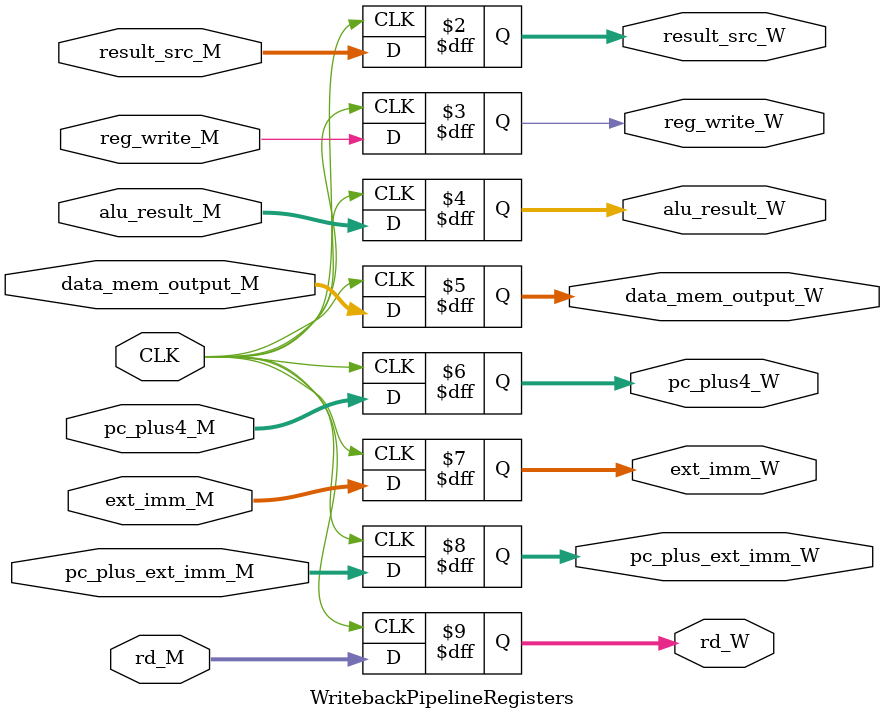
<source format=sv>
module WritebackPipelineRegisters(
	input logic CLK,
	input logic [2:0] result_src_M,
	input logic reg_write_M,
	input logic [31:0] alu_result_M, data_mem_output_M, pc_plus4_M, ext_imm_M, pc_plus_ext_imm_M,
	input logic [4:0] rd_M,
	
	output logic [2:0] result_src_W,
	output logic reg_write_W,
	output logic [31:0] alu_result_W, data_mem_output_W, pc_plus4_W, ext_imm_W, pc_plus_ext_imm_W,
	output logic [4:0] rd_W
);

always @(posedge CLK)
begin

	result_src_W <= result_src_M;
	reg_write_W <= reg_write_M;
	alu_result_W <= alu_result_M;
	data_mem_output_W <= data_mem_output_M;
	pc_plus4_W <= pc_plus4_M;
	ext_imm_W <= ext_imm_M;
	pc_plus_ext_imm_W <= pc_plus_ext_imm_M;
	rd_W <= rd_M;

end

endmodule
</source>
